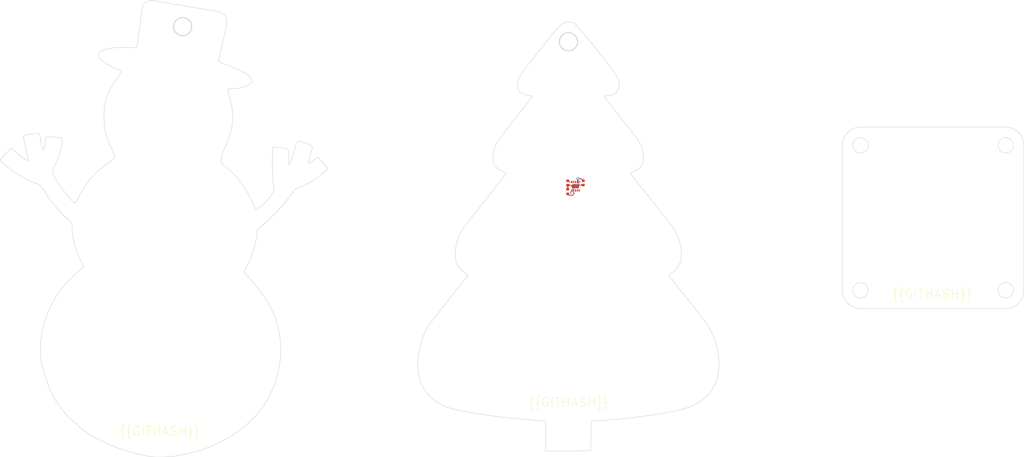
<source format=kicad_pcb>
(kicad_pcb (version 20221018) (generator pcbnew)
  (layers (0 "F.Cu" signal) (31 "B.Cu" signal) (34 "B.Paste" user) (35 "F.Paste" user) (36 "B.SilkS" user "B.Silkscreen") (37 "F.SilkS" user "F.Silkscreen") (38 "B.Mask" user) (39 "F.Mask" user) (44 "Edge.Cuts" user))
  (net 0 "")
  (net 1 "ic-vcc")
  (net 2 "iset")
  (net 3 "ic-gnd")
  (net 4 "preterm")
  (net 5 "pg")
  (net 6 "chg")
  (net 7 "ts")
  (net 8 "ic-vcc-1")
  (net 9 "nc")
  (footprint "lib:C0402" (layer "F.Cu") (at 161.048551 90.11218 -90)
    (fp_text reference "C2" hide)
    (fp_text value "25V 1uF X5R ±10% 0402  Multilayer Ceramic Capacitors MLCC - SMD/SMT ROHS")
    (fp_line (start -0.107836 -0.36) (end 0.107836 -0.36) (stroke (width 0.12)) (layer "F.SilkS"))
    (fp_line (start -0.107836 0.36) (end 0.107836 0.36) (stroke (width 0.12)) (layer "F.SilkS"))
    (pad "1" smd roundrect (at -0.48 0 270) (size 0.56 0.62) (layers "F.Cu" "F.Paste" "F.Mask") (net 8 "ic-vcc-1"))
    (pad "2" smd roundrect (at 0.48 0 270) (size 0.56 0.62) (layers "F.Cu" "F.Paste" "F.Mask") (net 3 "ic-gnd"))
  )
  (footprint "lib:C0402" (layer "F.Cu") (at 164.481622 90.09283 -90)
    (fp_text reference "C1" hide)
    (fp_text value "25V 1uF X5R ±10% 0402  Multilayer Ceramic Capacitors MLCC - SMD/SMT ROHS")
    (fp_line (start -0.107836 -0.36) (end 0.107836 -0.36) (stroke (width 0.12)) (layer "F.SilkS"))
    (fp_line (start -0.107836 0.36) (end 0.107836 0.36) (stroke (width 0.12)) (layer "F.SilkS"))
    (pad "1" smd roundrect (at -0.48 0 270) (size 0.56 0.62) (layers "F.Cu" "F.Paste" "F.Mask") (net 1 "ic-vcc"))
    (pad "2" smd roundrect (at 0.48 0 270) (size 0.56 0.62) (layers "F.Cu" "F.Paste" "F.Mask") (net 3 "ic-gnd"))
  )
  (footprint "lib:R0402" (layer "F.Cu") (at 161.043341 92.004343 90)
    (fp_text reference "R1" hide)
    (fp_text value "100mW Thick Film Resistors ±100ppm/℃ ±1% 604Ω 0402  Chip Resistor - Surface Mount ROHS")
    (fp_line (start -0.153641 -0.38) (end 0.153641 -0.38) (stroke (width 0.12)) (layer "F.SilkS"))
    (fp_line (start -0.153641 0.38) (end 0.153641 0.38) (stroke (width 0.12)) (layer "F.SilkS"))
    (pad "1" smd roundrect (at -0.51 0 90) (size 0.54 0.64) (layers "F.Cu" "F.Paste" "F.Mask") (net 2 "iset"))
    (pad "2" smd roundrect (at 0.51 0 90) (size 0.54 0.64) (layers "F.Cu" "F.Paste" "F.Mask") (net 3 "ic-gnd"))
  )
  (footprint "lib:WSON-10_L2.0-W2.0-P0.40-BL-EP" (layer "F.Cu") (at 162.78 90.83)
    (fp_text reference "U1" hide)
    (fp_text value "")
    (fp_line (start -1.08 1.08) (end -1.08 -1.08) (stroke (width 0.15)) (layer "F.SilkS"))
    (fp_line (start 1.08 -1.08) (end 1.08 1.08) (stroke (width 0.15)) (layer "F.SilkS"))
    (fp_circle (center -0.8 1.48) (end -0.7 1.48) (stroke (width 0.2)) (fill none) (layer "F.SilkS"))
    (pad "1" smd rect (at -0.8 0.93) (size 0.22 0.51) (layers "F.Cu" "F.Paste" "F.Mask") (net 1 "ic-vcc"))
    (pad "2" smd rect (at -0.4 0.93) (size 0.22 0.51) (layers "F.Cu" "F.Paste" "F.Mask") (net 2 "iset"))
    (pad "3" smd rect (at 0 0.93) (size 0.22 0.51) (layers "F.Cu" "F.Paste" "F.Mask") (net 3 "ic-gnd"))
    (pad "4" smd rect (at 0.4 0.93) (size 0.22 0.51) (layers "F.Cu" "F.Paste" "F.Mask") (net 4 "preterm"))
    (pad "5" smd rect (at 0.8 0.93) (size 0.22 0.51) (layers "F.Cu" "F.Paste" "F.Mask") (net 5 "pg"))
    (pad "6" smd rect (at 0.8 -0.93) (size 0.22 0.51) (layers "F.Cu" "F.Paste" "F.Mask") (net 9 "nc"))
    (pad "7" smd rect (at 0.4 -0.93) (size 0.22 0.51) (layers "F.Cu" "F.Paste" "F.Mask") (net 1 "ic-vcc"))
    (pad "8" smd rect (at 0 -0.93) (size 0.22 0.51) (layers "F.Cu" "F.Paste" "F.Mask") (net 6 "chg"))
    (pad "9" smd rect (at -0.4 -0.93) (size 0.22 0.51) (layers "F.Cu" "F.Paste" "F.Mask") (net 7 "ts"))
    (pad "10" smd rect (at -0.8 -0.93) (size 0.22 0.51) (layers "F.Cu" "F.Paste" "F.Mask") (net 8 "ic-vcc-1"))
    (pad "11" smd rect (at 0 0) (size 1.5 0.9) (layers "F.Cu" "F.Paste" "F.Mask") (net 3 "ic-gnd"))
  )
  (gr_circle (center 225.62 81.79) (end 227.32 81.79) (stroke (width 0.1)) (fill none) (layer "Edge.Cuts"))
  (gr_circle (center 257.62 113.79) (end 259.32 113.79) (stroke (width 0.1)) (fill none) (layer "Edge.Cuts"))
  (gr_circle (center 257.62 81.79) (end 259.32 81.79) (stroke (width 0.1)) (fill none) (layer "Edge.Cuts"))
  (gr_poly (pts (xy 75.142222 50.797022) (xy 79.756606 51.568267) (xy 82.366969 51.99203) (xy 83.019066 52.095762) (xy 83.303876 52.146979) (xy 83.563537 52.198618) (xy 83.799806 52.251323) (xy 84.01444 52.305736) (xy 84.209196 52.362498) (xy 84.385831 52.422252) (xy 84.546102 52.485641) (xy 84.691766 52.553306) (xy 84.824581 52.62589) (xy 84.946303 52.704035) (xy 85.05869 52.788383) (xy 85.163499 52.879577) (xy 85.262486 52.978258) (xy 85.357409 53.08507) (xy 85.479286 53.234958) (xy 85.586233 53.378736) (xy 85.634185 53.44915) (xy 85.678498 53.519015) (xy 85.719202 53.588656) (xy 85.75633 53.658402) (xy 85.789911 53.728576) (xy 85.819976 53.799506) (xy 85.846558 53.871517) (xy 85.869686 53.944936) (xy 85.889392 54.020089) (xy 85.905707 54.097301) (xy 85.918662 54.176899) (xy 85.928287 54.259209) (xy 85.934615 54.344557) (xy 85.937675 54.433269) (xy 85.937499 54.525672) (xy 85.934119 54.62209) (xy 85.927564 54.722851) (xy 85.917866 54.82828) (xy 85.889166 55.054449) (xy 85.848266 55.303204) (xy 85.795414 55.577155) (xy 85.730859 55.878909) (xy 85.654849 56.211077) (xy 84.878546 59.55341) (xy 84.657875 60.550977) (xy 84.450892 61.532488) (xy 84.331406 62.116419) (xy 84.229648 62.629765) (xy 84.15639 63.017063) (xy 84.122409 63.222849) (xy 84.123062 63.236814) (xy 84.127967 63.251873) (xy 84.137065 63.268001) (xy 84.150302 63.285171) (xy 84.167619 63.303357) (xy 84.188962 63.322534) (xy 84.214273 63.342674) (xy 84.243497 63.363751) (xy 84.313454 63.408613) (xy 84.398381 63.456909) (xy 84.497828 63.50843) (xy 84.611342 63.562966) (xy 84.738473 63.620306) (xy 84.878767 63.680241) (xy 85.031775 63.742561) (xy 85.197043 63.807056) (xy 85.374121 63.873515) (xy 85.562558 63.94173) (xy 85.7619 64.011489) (xy 85.971698 64.082583) (xy 86.585981 64.296029) (xy 87.172975 64.516947) (xy 87.730729 64.744054) (xy 88.257293 64.976069) (xy 88.75072 65.211708) (xy 89.209058 65.449689) (xy 89.63036 65.68873) (xy 90.012676 65.927548) (xy 90.354056 66.16486) (xy 90.652552 66.399385) (xy 90.906214 66.629839) (xy 91.113092 66.85494) (xy 91.271238 67.073405) (xy 91.378702 67.283953) (xy 91.412819 67.385857) (xy 91.433535 67.485301) (xy 91.440605 67.582123) (xy 91.433787 67.676165) (xy 91.41712 67.753004) (xy 91.390362 67.829368) (xy 91.35383 67.905131) (xy 91.307839 67.980165) (xy 91.252707 68.054343) (xy 91.188749 68.12754) (xy 91.116281 68.199626) (xy 91.03562 68.270477) (xy 90.947082 68.339964) (xy 90.850984 68.407961) (xy 90.747641 68.47434) (xy 90.637371 68.538975) (xy 90.520488 68.601739) (xy 90.39731 68.662505) (xy 90.268153 68.721145) (xy 90.133332 68.777534) (xy 89.993165 68.831543) (xy 89.847967 68.883047) (xy 89.543745 68.978027) (xy 89.223197 69.06146) (xy 88.888852 69.132329) (xy 88.54324 69.189618) (xy 88.188892 69.232313) (xy 88.009232 69.24787) (xy 87.828337 69.259397) (xy 87.646523 69.266767) (xy 87.464106 69.269854) (xy 87.202959 69.272042) (xy 86.97453 69.277492) (xy 86.777472 69.288473) (xy 86.690288 69.296746) (xy 86.610443 69.307253) (xy 86.537768 69.320276) (xy 86.472096 69.3361) (xy 86.413258 69.355009) (xy 86.361087 69.377285) (xy 86.315414 69.403211) (xy 86.276071 69.433073) (xy 86.24289 69.467154) (xy 86.215703 69.505736) (xy 86.194342 69.549103) (xy 86.178638 69.59754) (xy 86.168424 69.65133) (xy 86.163532 69.710755) (xy 86.163793 69.776101) (xy 86.169039 69.847649) (xy 86.179102 69.925685) (xy 86.193814 70.010491) (xy 86.236514 70.20155) (xy 86.295792 70.423093) (xy 86.370304 70.677389) (xy 86.458705 70.966708) (xy 86.582128 71.384478) (xy 86.694998 71.803093) (xy 86.797211 72.221567) (xy 86.888665 72.638919) (xy 86.969257 73.054166) (xy 87.038885 73.466323) (xy 87.097447 73.874409) (xy 87.144838 74.277439) (xy 87.180958 74.674432) (xy 87.205702 75.064404) (xy 87.21897 75.446371) (xy 87.220657 75.819352) (xy 87.210662 76.182361) (xy 87.188881 76.534418) (xy 87.155212 76.874538) (xy 87.109553 77.201739) (xy 86.986123 77.871628) (xy 86.830027 78.558912) (xy 86.643845 79.255662) (xy 86.430157 79.953949) (xy 86.19154 80.645848) (xy 85.930575 81.323429) (xy 85.649841 81.978766) (xy 85.351916 82.60393) (xy 85.189192 82.938586) (xy 85.118752 83.093315) (xy 85.055229 83.240939) (xy 84.998352 83.382431) (xy 84.947849 83.518761) (xy 84.903447 83.650903) (xy 84.864875 83.779828) (xy 84.831859 83.906506) (xy 84.804129 84.031911) (xy 84.781412 84.157013) (xy 84.763435 84.282785) (xy 84.749927 84.410197) (xy 84.740615 84.540223) (xy 84.735228 84.673833) (xy 84.733493 84.811999) (xy 84.736223 85.129082) (xy 84.741369 85.261496) (xy 84.750575 85.379459) (xy 84.764997 85.485194) (xy 84.774524 85.534172) (xy 84.785789 85.580928) (xy 84.798934 85.625739) (xy 84.814106 85.668884) (xy 84.831447 85.710641) (xy 84.851104 85.751288) (xy 84.873219 85.791103) (xy 84.897937 85.830364) (xy 84.925403 85.869349) (xy 84.955761 85.908337) (xy 84.989155 85.947605) (xy 85.02573 85.987432) (xy 85.109 86.069873) (xy 85.206725 86.157886) (xy 85.320061 86.253696) (xy 85.598185 86.477602) (xy 86.096863 86.886277) (xy 86.577755 87.306529) (xy 87.04138 87.739064) (xy 87.488258 88.184586) (xy 87.918909 88.6438) (xy 88.333852 89.117412) (xy 88.733607 89.606125) (xy 89.118694 90.110646) (xy 89.489632 90.631678) (xy 89.846941 91.169927) (xy 90.19114 91.726098) (xy 90.52275 92.300895) (xy 90.84229 92.895024) (xy 91.150279 93.509189) (xy 91.447237 94.144095) (xy 91.733683 94.800448) (xy 91.84059 95.047283) (xy 91.945802 95.277558) (xy 92.046625 95.486234) (xy 92.140364 95.668271) (xy 92.224324 95.818627) (xy 92.295813 95.932265) (xy 92.326039 95.973739) (xy 92.352136 96.004143) (xy 92.373767 96.022848) (xy 92.382804 96.027616) (xy 92.390597 96.029223) (xy 92.399173 96.028006) (xy 92.410522 96.024397) (xy 92.441219 96.010237) (xy 92.482045 95.987221) (xy 92.53236 95.955824) (xy 92.591521 95.916524) (xy 92.658887 95.869798) (xy 92.815666 95.755976) (xy 92.997564 95.618173) (xy 93.199447 95.460204) (xy 93.416182 95.285885) (xy 93.642634 95.099032) (xy 93.891007 94.882848) (xy 94.141366 94.648628) (xy 94.390948 94.400061) (xy 94.636991 94.140836) (xy 94.87673 93.874641) (xy 95.107403 93.605164) (xy 95.326247 93.336095) (xy 95.530498 93.071122) (xy 95.717394 92.813933) (xy 95.884171 92.568218) (xy 96.028066 92.337665) (xy 96.146316 92.125962) (xy 96.236159 91.936798) (xy 96.294829 91.773863) (xy 96.311612 91.703383) (xy 96.319566 91.640844) (xy 96.318345 91.586706) (xy 96.307605 91.54143) (xy 96.264441 91.378418) (xy 96.221593 91.121805) (xy 96.138989 90.373142) (xy 96.064068 89.386161) (xy 96.001109 88.251583) (xy 95.954389 87.060129) (xy 95.928186 85.902519) (xy 95.926777 84.869474) (xy 95.95444 84.051714) (xy 96.07471 82.177477) (xy 97.36716 82.304781) (xy 98.13507 82.379263) (xy 98.441266 82.413109) (xy 98.700599 82.449744) (xy 98.916803 82.492956) (xy 99.009898 82.518212) (xy 99.09361 82.546534) (xy 99.168406 82.578395) (xy 99.234753 82.614268) (xy 99.293117 82.654627) (xy 99.343964 82.699946) (xy 99.387763 82.750698) (xy 99.424978 82.807357) (xy 99.456076 82.870396) (xy 99.481525 82.94029) (xy 99.501791 83.017511) (xy 99.51734 83.102533) (xy 99.536155 83.297877) (xy 99.541702 83.530109) (xy 99.537716 83.803018) (xy 99.51607 84.486025) (xy 99.501811 85.019341) (xy 99.495778 85.429631) (xy 99.49953 85.727933) (xy 99.505563 85.838537) (xy 99.514626 85.925284) (xy 99.526915 85.989553) (xy 99.542625 86.032723) (xy 99.551823 86.046828) (xy 99.56195 86.056175) (xy 99.573029 86.060938) (xy 99.585085 86.061289) (xy 99.612224 86.049443) (xy 99.643564 86.022019) (xy 99.679299 85.980395) (xy 99.719623 85.925951) (xy 99.770963 85.835961) (xy 99.83738 85.6921) (xy 100.00736 85.267042) (xy 100.213404 84.699332) (xy 100.439353 84.037526) (xy 100.669049 83.330178) (xy 100.886332 82.625845) (xy 101.075044 81.973082) (xy 101.219027 81.420443) (xy 101.232451 81.367288) (xy 101.246658 81.317349) (xy 101.261814 81.270604) (xy 101.278084 81.227032) (xy 101.295634 81.186611) (xy 101.314631 81.149321) (xy 101.33524 81.115138) (xy 101.357628 81.084043) (xy 101.381959 81.056013) (xy 101.4084 81.031027) (xy 101.437117 81.009064) (xy 101.468275 80.990102) (xy 101.502041 80.974119) (xy 101.538581 80.961095) (xy 101.578059 80.951007) (xy 101.620643 80.943835) (xy 101.666497 80.939556) (xy 101.715788 80.938149) (xy 101.768682 80.939594) (xy 101.825345 80.943867) (xy 101.885942 80.950949) (xy 101.950639 80.960817) (xy 102.019603 80.97345) (xy 102.092998 80.988826) (xy 102.170992 81.006924) (xy 102.253749 81.027723) (xy 102.434219 81.077337) (xy 102.635734 81.137495) (xy 102.859622 81.208025) (xy 103.581471 81.438726) (xy 103.868146 81.535185) (xy 104.108644 81.625316) (xy 104.212356 81.669476) (xy 104.305459 81.713816) (xy 104.388264 81.758923) (xy 104.461082 81.805384) (xy 104.524226 81.853787) (xy 104.578006 81.904719) (xy 104.622735 81.958768) (xy 104.658725 82.01652) (xy 104.686285 82.078563) (xy 104.705729 82.145484) (xy 104.717368 82.217871) (xy 104.721513 82.296311) (xy 104.718476 82.381392) (xy 104.708568 82.4737) (xy 104.692102 82.573823) (xy 104.669388 82.682348) (xy 104.606464 82.926954) (xy 104.522289 83.212218) (xy 104.300158 83.92351) (xy 104.076968 84.658354) (xy 103.993442 84.95378) (xy 103.929762 85.203046) (xy 103.886777 85.407528) (xy 103.865337 85.568604) (xy 103.862962 85.633296) (xy 103.866292 85.687652) (xy 103.875434 85.731846) (xy 103.890492 85.766049) (xy 103.911574 85.790433) (xy 103.938786 85.805172) (xy 103.972234 85.810436) (xy 104.012025 85.806398) (xy 104.058263 85.79323) (xy 104.111056 85.771105) (xy 104.236732 85.700671) (xy 104.3899 85.596472) (xy 104.571411 85.459887) (xy 105.02286 85.095065) (xy 105.918216 84.355181) (xy 106.388476 84.86751) (xy 106.496975 84.987739) (xy 106.625318 85.133369) (xy 106.92254 85.478508) (xy 107.242155 85.858286) (xy 107.546176 86.22806) (xy 108.2336 87.076296) (xy 106.72333 88.254687) (xy 106.031007 88.783192) (xy 105.392025 89.245391) (xy 105.089314 89.453516) (xy 104.796071 89.647331) (xy 104.511007 89.827593) (xy 104.232833 89.995056) (xy 103.960259 90.150478) (xy 103.691998 90.294613) (xy 103.426759 90.428217) (xy 103.163254 90.552046) (xy 102.900193 90.666855) (xy 102.636288 90.773401) (xy 102.370249 90.872439) (xy 102.100787 90.964724) (xy 101.955978 91.013649) (xy 101.818902 91.062832) (xy 101.689432 91.112348) (xy 101.567439 91.162273) (xy 101.452795 91.212683) (xy 101.345371 91.263651) (xy 101.245039 91.315254) (xy 101.151671 91.367567) (xy 101.065138 91.420665) (xy 100.985313 91.474624) (xy 100.912065 91.529517) (xy 100.845269 91.585421) (xy 100.784794 91.642412) (xy 100.730512 91.700563) (xy 100.682296 91.759951) (xy 100.640017 91.82065) (xy 100.313962 92.312951) (xy 99.958065 92.82026) (xy 99.575318 93.339289) (xy 99.168711 93.866747) (xy 98.741234 94.399346) (xy 98.295878 94.933795) (xy 97.835635 95.466804) (xy 97.363494 95.995083) (xy 96.882446 96.515343) (xy 96.395482 97.024295) (xy 95.905593 97.518647) (xy 95.415769 97.995111) (xy 94.929002 98.450396) (xy 94.44828 98.881213) (xy 93.976596 99.284272) (xy 93.51694 99.656283) (xy 93.364132 99.777198) (xy 93.228349 99.887118) (xy 93.108601 99.987555) (xy 93.003899 100.080022) (xy 92.913256 100.166032) (xy 92.835682 100.247098) (xy 92.770188 100.324733) (xy 92.741662 100.362737) (xy 92.715786 100.40045) (xy 92.692435 100.438062) (xy 92.671487 100.475762) (xy 92.652817 100.513738) (xy 92.636302 100.552181) (xy 92.621819 100.591279) (xy 92.609244 100.631221) (xy 92.589322 100.714395) (xy 92.575548 100.803215) (xy 92.566934 100.899195) (xy 92.56249 101.003847) (xy 92.561229 101.118685) (xy 92.548214 101.459191) (xy 92.510172 101.840399) (xy 92.448603 102.257479) (xy 92.365007 102.705605) (xy 92.260885 103.179948) (xy 92.137739 103.675679) (xy 91.997068 104.187971) (xy 91.840373 104.711996) (xy 91.669155 105.242926) (xy 91.484915 105.775933) (xy 91.289154 106.306188) (xy 91.083372 106.828864) (xy 90.86907 107.339132) (xy 90.647749 107.832164) (xy 90.420909 108.303133) (xy 90.190051 108.74721) (xy 89.658061 109.729433) (xy 90.799319 111.025652) (xy 91.552256 111.894452) (xy 92.247519 112.726345) (xy 92.887901 113.52649) (xy 93.476195 114.300047) (xy 94.015193 115.052178) (xy 94.507688 115.788042) (xy 94.956473 116.5128) (xy 95.364341 117.231612) (xy 95.734083 117.949638) (xy 96.068493 118.672038) (xy 96.370364 119.403974) (xy 96.642488 120.150605) (xy 96.887657 120.917091) (xy 97.108665 121.708593) (xy 97.308304 122.530271) (xy 97.489367 123.387286) (xy 97.659586 124.435519) (xy 97.764545 125.512723) (xy 97.805707 126.613102) (xy 97.784533 127.73086) (xy 97.702485 128.860202) (xy 97.561026 129.995332) (xy 97.361618 131.130454) (xy 97.105722 132.259774) (xy 96.794801 133.377494) (xy 96.430316 134.47782) (xy 96.01373 135.554956) (xy 95.546505 136.603107) (xy 95.030102 137.616476) (xy 94.465984 138.589268) (xy 93.855613 139.515689) (xy 93.20045 140.389941) (xy 92.386005 141.350273) (xy 91.510226 142.273552) (xy 90.576227 143.158109) (xy 89.587122 144.002278) (xy 88.546024 144.80439) (xy 87.456048 145.562779) (xy 86.320308 146.275777) (xy 85.141916 146.941716) (xy 83.923988 147.558929) (xy 82.669636 148.125749) (xy 81.381976 148.640508) (xy 80.06412 149.101539) (xy 78.719182 149.507174) (xy 77.350277 149.855747) (xy 75.960518 150.145589) (xy 74.553019 150.375033) (xy 73.862872 150.459306) (xy 73.131633 150.525975) (xy 72.383923 150.574372) (xy 71.644361 150.603827) (xy 70.93757 150.613671) (xy 70.288169 150.603235) (xy 69.720779 150.57185) (xy 69.475532 150.548093) (xy 69.26002 150.518847) (xy 69.260051 150.518832) (xy 67.831835 150.262486) (xy 66.416949 149.953785) (xy 65.016193 149.592984) (xy 63.630368 149.180338) (xy 62.260274 148.716103) (xy 60.90671 148.200532) (xy 59.570477 147.633881) (xy 58.252375 147.016405) (xy 57.283074 146.528505) (xy 56.847829 146.298277) (xy 56.438641 146.072324) (xy 56.050351 145.846994) (xy 55.6778 145.618633) (xy 55.315827 145.383588) (xy 54.959273 145.138205) (xy 54.602979 144.87883) (xy 54.241783 144.601811) (xy 53.870528 144.303492) (xy 53.484054 143.980222) (xy 52.644807 143.244211) (xy 51.682765 142.36455) (xy 51.097036 141.804159) (xy 50.54538 141.238954) (xy 50.025658 140.665073) (xy 49.535731 140.078649) (xy 49.07346 139.475819) (xy 48.636705 138.852719) (xy 48.223328 138.205483) (xy 47.831189 137.530249) (xy 47.458149 136.823151) (xy 47.10207 136.080325) (xy 46.760812 135.297907) (xy 46.432236 134.472032) (xy 46.114202 133.598836) (xy 45.804573 132.674455) (xy 45.501208 131.695024) (xy 45.201968 130.656679) (xy 45.078569 130.147371) (xy 44.978794 129.594224) (xy 44.90231 129.00242) (xy 44.848785 128.377144) (xy 44.817886 127.723579) (xy 44.809281 127.046907) (xy 44.822637 126.352311) (xy 44.857621 125.644974) (xy 44.913901 124.93008) (xy 44.991145 124.212811) (xy 45.089019 123.498351) (xy 45.207191 122.791883) (xy 45.345328 122.098589) (xy 45.503099 121.423652) (xy 45.68017 120.772256) (xy 45.876208 120.149584) (xy 46.005143 119.787909) (xy 46.154924 119.401263) (xy 46.508073 118.570286) (xy 46.917749 117.69111) (xy 47.366047 116.79819) (xy 47.83506 115.92598) (xy 48.306883 115.108937) (xy 48.76361 114.381515) (xy 48.980717 114.062179) (xy 49.187335 113.77817) (xy 49.387433 113.519297) (xy 49.599256 113.255538) (xy 50.056372 112.715109) (xy 50.555279 112.160374) (xy 51.092575 111.594824) (xy 51.664855 111.021952) (xy 52.268718 110.445248) (xy 52.900758 109.868205) (xy 53.557574 109.294314) (xy 54.329783 108.634142) (xy 53.616031 107.110232) (xy 53.390001 106.6154) (xy 53.179365 106.128819) (xy 52.984012 105.650049) (xy 52.803829 105.178652) (xy 52.638704 104.71419) (xy 52.488525 104.256224) (xy 52.353181 103.804315) (xy 52.232559 103.358025) (xy 52.126547 102.916915) (xy 52.035034 102.480548) (xy 51.957906 102.048484) (xy 51.895053 101.620284) (xy 51.846363 101.195511) (xy 51.811722 100.773726) (xy 51.79102 100.35449) (xy 51.784144 99.937365) (xy 51.780657 99.620612) (xy 51.776007 99.482669) (xy 51.769161 99.357285) (xy 51.759927 99.243666) (xy 51.748111 99.141014) (xy 51.733519 99.048534) (xy 51.715958 98.96543) (xy 51.695233 98.890904) (xy 51.671153 98.824161) (xy 51.643523 98.764406) (xy 51.612149 98.71084) (xy 51.576839 98.662669) (xy 51.537399 98.619096) (xy 51.493635 98.579325) (xy 51.445353 98.542559) (xy 51.149902 98.324092) (xy 50.839064 98.073347) (xy 50.514896 97.792628) (xy 50.179453 97.484238) (xy 49.834791 97.150482) (xy 49.482966 96.793665) (xy 49.126033 96.41609) (xy 48.766047 96.020062) (xy 48.405065 95.607885) (xy 48.045142 95.181864) (xy 47.688333 94.744302) (xy 47.336694 94.297504) (xy 46.992281 93.843774) (xy 46.657149 93.385417) (xy 46.333354 92.924737) (xy 46.022952 92.464037) (xy 45.611719 91.844971) (xy 45.279782 91.362091) (xy 45.137757 91.165551) (xy 45.008606 90.995655) (xy 44.89001 90.849933) (xy 44.779654 90.725918) (xy 44.675221 90.621143) (xy 44.574392 90.533138) (xy 44.474852 90.459437) (xy 44.374284 90.397571) (xy 44.27037 90.345073) (xy 44.160793 90.299474) (xy 44.043237 90.258307) (xy 43.915385 90.219103) (xy 43.593888 90.117525) (xy 43.255864 89.996009) (xy 42.903268 89.855657) (xy 42.538058 89.697573) (xy 42.162189 89.522858) (xy 41.777618 89.332616) (xy 41.386301 89.127951) (xy 40.990194 88.909964) (xy 40.591254 88.679759) (xy 40.191438 88.438438) (xy 39.792701 88.187105) (xy 39.396999 87.926862) (xy 39.00629 87.658812) (xy 38.622529 87.384058) (xy 38.247673 87.103703) (xy 37.883677 86.81885) (xy 37.49456 86.502783) (xy 37.131548 86.199554) (xy 36.802586 85.916398) (xy 36.515619 85.660548) (xy 36.278593 85.439239) (xy 36.099452 85.259705) (xy 36.034071 85.187865) (xy 35.986141 85.129182) (xy 35.956654 85.08456) (xy 35.946605 85.054903) (xy 35.948192 85.042433) (xy 35.952903 85.026953) (xy 35.971384 84.987332) (xy 36.001425 84.936776) (xy 36.042403 84.876021) (xy 36.093695 84.805804) (xy 36.154681 84.726859) (xy 36.224736 84.639924) (xy 36.303239 84.545735) (xy 36.389567 84.445026) (xy 36.483097 84.338536) (xy 36.689276 84.11115) (xy 36.916796 83.869466) (xy 37.037003 83.745102) (xy 37.160678 83.619372) (xy 38.374759 82.395922) (xy 39.365809 83.301684) (xy 39.814301 83.698656) (xy 40.266196 84.075272) (xy 40.704205 84.419302) (xy 41.111041 84.718514) (xy 41.469414 84.960676) (xy 41.625024 85.056541) (xy 41.762035 85.133557) (xy 41.878286 85.190195) (xy 41.971615 85.224926) (xy 42.039863 85.236222) (xy 42.063905 85.232603) (xy 42.080867 85.222552) (xy 42.085566 85.215268) (xy 42.089233 85.203934) (xy 42.093537 85.169549) (xy 42.093921 85.120268) (xy 42.090523 85.056964) (xy 42.083485 84.98051) (xy 42.072948 84.891778) (xy 42.059051 84.79164) (xy 42.041937 84.68097) (xy 41.998614 84.43152) (xy 41.944105 84.150408) (xy 41.879534 83.844615) (xy 41.806025 83.52112) (xy 41.578977 82.541169) (xy 41.399614 81.732306) (xy 41.265507 81.079136) (xy 41.174225 80.56626) (xy 41.123338 80.17828) (xy 41.112283 80.026315) (xy 41.110416 79.899799) (xy 41.117432 79.796809) (xy 41.133029 79.71542) (xy 41.156901 79.653706) (xy 41.188746 79.609743) (xy 41.213078 79.592846) (xy 41.252556 79.575085) (xy 41.372962 79.537437) (xy 41.541984 79.497733) (xy 41.751641 79.456905) (xy 42.26094 79.37561) (xy 42.837013 79.301016) (xy 43.416018 79.240586) (xy 43.934111 79.201782) (xy 44.150364 79.192822) (xy 44.327447 79.192067) (xy 44.45738 79.20045) (xy 44.532183 79.218905) (xy 44.538527 79.223215) (xy 44.545097 79.229471) (xy 44.551878 79.23762) (xy 44.558855 79.247608) (xy 44.573336 79.272888) (xy 44.588416 79.304879) (xy 44.603974 79.343154) (xy 44.619887 79.387282) (xy 44.636031 79.436835) (xy 44.652284 79.491383) (xy 44.668525 79.550496) (xy 44.684629 79.613746) (xy 44.700475 79.680703) (xy 44.715939 79.750937) (xy 44.7309 79.82402) (xy 44.745234 79.899521) (xy 44.75882 79.977012) (xy 44.771533 80.056063) (xy 44.946351 81.130774) (xy 45.025944 81.564983) (xy 45.101061 81.931234) (xy 45.172253 82.230134) (xy 45.24007 82.462288) (xy 45.305063 82.628302) (xy 45.336673 82.686696) (xy 45.367783 82.728781) (xy 45.398463 82.754634) (xy 45.428781 82.764331) (xy 45.458807 82.757947) (xy 45.488608 82.735557) (xy 45.518254 82.697238) (xy 45.547814 82.643066) (xy 45.606951 82.487462) (xy 45.666568 82.269351) (xy 45.727218 81.98934) (xy 45.78945 81.648032) (xy 45.853816 81.246035) (xy 46.055377 79.918581) (xy 47.417926 79.96628) (xy 48.109143 79.993687) (xy 48.392021 80.009194) (xy 48.636741 80.027435) (xy 48.846051 80.049559) (xy 49.022696 80.076715) (xy 49.169424 80.110051) (xy 49.288982 80.150717) (xy 49.339431 80.174158) (xy 49.384117 80.199861) (xy 49.423385 80.227972) (xy 49.457577 80.258632) (xy 49.487036 80.291987) (xy 49.512107 80.32818) (xy 49.533132 80.367353) (xy 49.550455 80.409652) (xy 49.575367 80.504197) (xy 49.589592 80.612965) (xy 49.595876 80.737105) (xy 49.596965 80.877764) (xy 49.590289 81.099803) (xy 49.571905 81.336737) (xy 49.542029 81.587807) (xy 49.500879 81.852253) (xy 49.448672 82.129318) (xy 49.385623 82.418243) (xy 49.311951 82.718269) (xy 49.227873 83.028637) (xy 49.133604 83.34859) (xy 49.029362 83.677367) (xy 48.915364 84.014212) (xy 48.791827 84.358364) (xy 48.658967 84.709065) (xy 48.517002 85.065558) (xy 48.366148 85.427082) (xy 48.206622 85.792879) (xy 47.949769 86.374791) (xy 47.755997 86.832451) (xy 47.68104 87.021721) (xy 47.619784 87.188367) (xy 47.571537 87.335205) (xy 47.535609 87.465048) (xy 47.511311 87.580709) (xy 47.497952 87.685002) (xy 47.494842 87.78074) (xy 47.501291 87.870737) (xy 47.516609 87.957807) (xy 47.540106 88.044763) (xy 47.571091 88.134418) (xy 47.608874 88.229586) (xy 47.761079 88.551834) (xy 47.975096 88.939463) (xy 48.241913 89.380584) (xy 48.55252 89.863307) (xy 49.269066 90.905997) (xy 50.052651 91.972411) (xy 50.831193 92.967426) (xy 51.196047 93.408433) (xy 51.532609 93.795921) (xy 51.831869 94.117998) (xy 52.084818 94.362774) (xy 52.282443 94.518359) (xy 52.357694 94.558989) (xy 52.415736 94.572863) (xy 52.426811 94.571375) (xy 52.439084 94.56696) (xy 52.452509 94.559691) (xy 52.467041 94.549641) (xy 52.482633 94.536883) (xy 52.499239 94.521489) (xy 52.516813 94.503532) (xy 52.535309 94.483086) (xy 52.574881 94.435018) (xy 52.617586 94.377866) (xy 52.663055 94.312214) (xy 52.710918 94.238646) (xy 52.760808 94.157745) (xy 52.812354 94.070093) (xy 52.865187 93.976276) (xy 52.918939 93.876875) (xy 52.97324 93.772474) (xy 53.02772 93.663657) (xy 53.082012 93.551007) (xy 53.135745 93.435107) (xy 53.405424 92.869327) (xy 53.69623 92.311615) (xy 54.007442 91.76282) (xy 54.338342 91.223792) (xy 54.688208 90.695381) (xy 55.05632 90.178436) (xy 55.441958 89.673808) (xy 55.844402 89.182347) (xy 56.262932 88.704901) (xy 56.696828 88.242322) (xy 57.145369 87.795459) (xy 57.607836 87.365163) (xy 58.083508 86.952281) (xy 58.571665 86.557666) (xy 59.071586 86.182166) (xy 59.582553 85.826632) (xy 59.914962 85.598282) (xy 60.214172 85.3804) (xy 60.477869 85.17504) (xy 60.595674 85.077698) (xy 60.703732 84.984257) (xy 60.801753 84.894974) (xy 60.889447 84.810106) (xy 60.966524 84.72991) (xy 61.032694 84.654642) (xy 61.087669 84.584559) (xy 61.131158 84.519919) (xy 61.162872 84.460977) (xy 61.182521 84.407992) (xy 61.189444 84.378526) (xy 61.194656 84.347449) (xy 61.198136 84.314702) (xy 61.199864 84.280227) (xy 61.197977 84.205863) (xy 61.188829 84.123892) (xy 61.172254 84.033852) (xy 61.148084 83.935279) (xy 61.116154 83.82771) (xy 61.076297 83.71068) (xy 61.028345 83.583727) (xy 60.972134 83.446388) (xy 60.907495 83.298197) (xy 60.834263 83.138693) (xy 60.75227 82.967412) (xy 60.661351 82.783889) (xy 60.561339 82.587662) (xy 60.452067 82.378268) (xy 60.237971 81.961359) (xy 60.041673 81.555601) (xy 59.862568 81.158484) (xy 59.700049 80.767498) (xy 59.553508 80.380135) (xy 59.422339 79.993885) (xy 59.305935 79.60624) (xy 59.203689 79.21469) (xy 59.114995 78.816725) (xy 59.039245 78.409838) (xy 58.975833 77.991518) (xy 58.924151 77.559256) (xy 58.883594 77.110544) (xy 58.853553 76.642872) (xy 58.833423 76.153731) (xy 58.822596 75.640612) (xy 58.82378 75.019765) (xy 58.843433 74.425285) (xy 58.882591 73.854032) (xy 58.942291 73.302869) (xy 59.023569 72.768658) (xy 59.127459 72.248262) (xy 59.255 71.738542) (xy 59.407225 71.236361) (xy 59.585172 70.73858) (xy 59.789877 70.242062) (xy 60.022374 69.743669) (xy 60.283701 69.240263) (xy 60.574893 68.728705) (xy 60.896986 68.205859) (xy 61.251015 67.668586) (xy 61.638018 67.113749) (xy 61.84244 66.825076) (xy 62.020375 66.566593) (xy 62.17201 66.336298) (xy 62.29753 66.132187) (xy 62.397121 65.95226) (xy 62.470968 65.794512) (xy 62.498296 65.72333) (xy 62.519258 65.656942) (xy 62.533877 65.595098) (xy 62.542176 65.537547) (xy 62.544179 65.484039) (xy 62.539908 65.434323) (xy 62.529387 65.388151) (xy 62.512639 65.34527) (xy 62.489688 65.305431) (xy 62.460556 65.268384) (xy 62.425267 65.233878) (xy 62.383844 65.201662) (xy 62.33631 65.171487) (xy 62.282689 65.143103) (xy 62.157276 65.090703) (xy 62.007792 65.042459) (xy 61.834422 64.996371) (xy 61.657986 64.943069) (xy 61.445562 64.862593) (xy 61.203024 64.758325) (xy 60.93625 64.633653) (xy 60.353499 64.336631) (xy 59.744319 63.998608) (xy 59.155721 63.646664) (xy 58.634716 63.307879) (xy 58.414252 63.151884) (xy 58.228316 63.009334) (xy 58.082783 62.883614) (xy 57.983531 62.778109) (xy 57.869943 62.622242) (xy 57.777351 62.470362) (xy 57.705558 62.322559) (xy 57.654369 62.178917) (xy 57.623588 62.039526) (xy 57.613018 61.904471) (xy 57.622463 61.773839) (xy 57.651728 61.647718) (xy 57.700616 61.526195) (xy 57.768931 61.409356) (xy 57.856477 61.297289) (xy 57.963058 61.190081) (xy 58.088479 61.087819) (xy 58.232542 60.99059) (xy 58.395052 60.89848) (xy 58.575812 60.811578) (xy 58.774627 60.72997) (xy 58.991301 60.653743) (xy 59.225638 60.582984) (xy 59.477441 60.51778) (xy 59.746514 60.458218) (xy 60.032661 60.404385) (xy 60.335687 60.356369) (xy 60.655395 60.314256) (xy 60.991589 60.278134) (xy 61.344073 60.248089) (xy 61.712651 60.224208) (xy 62.097127 60.20658) (xy 62.497305 60.195289) (xy 62.912988 60.190424) (xy 63.343981 60.192072) (xy 63.790088 60.20032) (xy 66.056857 60.258219) (xy 66.273486 58.80189) (xy 66.542465 56.891029) (xy 66.884944 54.341891) (xy 67.190183 52.053843) (xy 67.248082 51.679802) (xy 67.303557 51.37005) (xy 67.359078 51.117137) (xy 67.417116 50.913616) (xy 67.48014 50.752035) (xy 67.55062 50.624945) (xy 67.631027 50.524898) (xy 67.72383 50.444442) (xy 67.831501 50.37613) (xy 67.956508 50.312512) (xy 68.268412 50.169558) (xy 69.100734 49.778315)) (stroke (width 0.1)) (fill none) (layer "Edge.Cuts"))
  (gr_arc (start 261.62 113.79) (mid 260.448427 116.618427) (end 257.62 117.79) (stroke (width 0.1)) (layer "Edge.Cuts"))
  (gr_arc (start 225.62 117.79) (mid 222.791573 116.618427) (end 221.62 113.79) (stroke (width 0.1)) (layer "Edge.Cuts"))
  (gr_line (start 261.62 113.79) (end 261.62 81.79) (stroke (width 0.1)) (layer "Edge.Cuts"))
  (gr_circle (center 161.229974 58.946031) (end 163.229974 58.946031) (stroke (width 0.2)) (fill none) (layer "Edge.Cuts"))
  (gr_line (start 221.62 81.79) (end 221.62 113.79) (stroke (width 0.1)) (layer "Edge.Cuts"))
  (gr_arc (start 257.62 77.79) (mid 260.448427 78.961573) (end 261.62 81.79) (stroke (width 0.1)) (layer "Edge.Cuts"))
  (gr_poly (pts (xy 161.429183 54.643361) (xy 161.588699 54.648976) (xy 161.743405 54.660128) (xy 161.8913 54.67685) (xy 162.030385 54.699174) (xy 162.158659 54.727132) (xy 162.274122 54.760758) (xy 162.374774 54.800082) (xy 162.418214 54.822065) (xy 162.465501 54.850416) (xy 162.517128 54.885713) (xy 162.573587 54.928531) (xy 162.702967 55.039035) (xy 162.857578 55.186538) (xy 163.041357 55.37565) (xy 163.258241 55.610981) (xy 163.512165 55.897139) (xy 163.807067 56.238735) (xy 164.146884 56.640378) (xy 164.53555 57.106678) (xy 164.977005 57.642244) (xy 165.475183 58.251687) (xy 166.657456 59.710639) (xy 168.113864 61.520411) (xy 169.490282 63.25197) (xy 170.562092 64.650979) (xy 170.993296 65.243203) (xy 171.359779 65.7732) (xy 171.665351 66.247941) (xy 171.913823 66.674396) (xy 172.109006 67.059535) (xy 172.254708 67.41033) (xy 172.354741 67.733749) (xy 172.412915 68.036764) (xy 172.433041 68.326344) (xy 172.418927 68.609461) (xy 172.374385 68.893084) (xy 172.303226 69.184183) (xy 172.274597 69.278158) (xy 172.242 69.369887) (xy 172.205507 69.459324) (xy 172.165188 69.546423) (xy 172.121114 69.631137) (xy 172.073357 69.713419) (xy 172.021987 69.793223) (xy 171.967076 69.870502) (xy 171.908694 69.945208) (xy 171.846914 70.017296) (xy 171.781806 70.08672) (xy 171.71344 70.153431) (xy 171.641889 70.217383) (xy 171.567223 70.278531) (xy 171.489513 70.336826) (xy 171.408831 70.392223) (xy 171.325247 70.444674) (xy 171.238833 70.494134) (xy 171.14966 70.540554) (xy 171.057799 70.58389) (xy 170.96332 70.624093) (xy 170.866295 70.661118) (xy 170.766796 70.694917) (xy 170.664893 70.725444) (xy 170.560657 70.752652) (xy 170.45416 70.776495) (xy 170.345472 70.796926) (xy 170.234664 70.813898) (xy 170.121809 70.827364) (xy 170.006976 70.837278) (xy 169.890237 70.843593) (xy 169.771663 70.846262) (xy 169.726607 70.847177) (xy 169.681188 70.849133) (xy 169.590479 70.855957) (xy 169.501974 70.8663) (xy 169.418107 70.879728) (xy 169.378675 70.887463) (xy 169.341315 70.895806) (xy 169.306334 70.904703) (xy 169.274034 70.9141) (xy 169.244721 70.923942) (xy 169.218699 70.934176) (xy 169.196272 70.944746) (xy 169.177745 70.955599) (xy 169.171643 70.965792) (xy 169.172154 70.983757) (xy 169.17922 71.009417) (xy 169.192785 71.042693) (xy 169.239181 71.131786) (xy 169.310885 71.250417) (xy 169.407439 71.397965) (xy 169.528385 71.573811) (xy 169.673265 71.777334) (xy 169.841623 72.007915) (xy 170.246938 72.547768) (xy 170.740668 73.18841) (xy 171.319154 73.924882) (xy 171.978732 74.752222) (xy 174.641332 78.093405) (xy 175.537111 79.246786) (xy 176.200008 80.134787) (xy 176.673118 80.816979) (xy 176.99954 81.352933) (xy 177.222371 81.802218) (xy 177.384708 82.224406) (xy 177.462833 82.472098) (xy 177.531331 82.72855) (xy 177.59016 82.991701) (xy 177.639284 83.259489) (xy 177.678662 83.529854) (xy 177.708257 83.800735) (xy 177.728028 84.070071) (xy 177.737937 84.335802) (xy 177.737946 84.595867) (xy 177.728014 84.848205) (xy 177.708104 85.090755) (xy 177.678176 85.321456) (xy 177.638191 85.538248) (xy 177.588111 85.739069) (xy 177.527896 85.92186) (xy 177.457507 86.084559) (xy 177.391656 86.207668) (xy 177.318059 86.327563) (xy 177.236853 86.444134) (xy 177.148173 86.557272) (xy 177.052156 86.666869) (xy 176.948938 86.772814) (xy 176.838657 86.874999) (xy 176.721448 86.973315) (xy 176.597448 87.067652) (xy 176.466794 87.157903) (xy 176.32962 87.243956) (xy 176.186065 87.325705) (xy 176.036265 87.403039) (xy 175.880355 87.475849) (xy 175.718473 87.544027) (xy 175.550754 87.607462) (xy 175.482045 87.632835) (xy 175.415483 87.658969) (xy 175.351405 87.685667) (xy 175.290146 87.712731) (xy 175.23204 87.739963) (xy 175.177423 87.767164) (xy 175.126631 87.794136) (xy 175.079997 87.820681) (xy 175.037859 87.846601) (xy 175.00055 87.871698) (xy 174.968407 87.895773) (xy 174.941764 87.918629) (xy 174.920956 87.940066) (xy 174.90632 87.959888) (xy 174.898189 87.977896) (xy 174.896668 87.986157) (xy 174.8969 87.993891) (xy 174.922027 88.037315) (xy 174.991394 88.135797) (xy 175.25375 88.486297) (xy 176.209258 89.720013) (xy 177.617844 91.508896) (xy 179.333926 93.666804) (xy 181.092323 95.879526) (xy 182.616098 97.817656) (xy 183.742073 99.272256) (xy 184.307071 100.034388) (xy 184.515284 100.360502) (xy 184.7117 100.694247) (xy 184.896111 101.034954) (xy 185.068309 101.381957) (xy 185.228084 101.734588) (xy 185.375229 102.092181) (xy 185.509535 102.454068) (xy 185.630794 102.819582) (xy 185.738797 103.188056) (xy 185.833335 103.558822) (xy 185.914201 103.931214) (xy 185.981186 104.304563) (xy 186.034081 104.678204) (xy 186.072678 105.051468) (xy 186.096768 105.423689) (xy 186.106143 105.794199) (xy 186.105091 106.172735) (xy 186.095928 106.491761) (xy 186.087599 106.633067) (xy 186.076394 106.764426) (xy 186.062032 106.887483) (xy 186.044229 107.003882) (xy 186.022703 107.115265) (xy 185.997171 107.223277) (xy 185.967351 107.329562) (xy 185.932961 107.435763) (xy 185.893716 107.543524) (xy 185.849336 107.654488) (xy 185.744037 107.892603) (xy 185.654537 108.079442) (xy 185.563285 108.257402) (xy 185.469989 108.426825) (xy 185.374358 108.588053) (xy 185.276102 108.741425) (xy 185.174928 108.887283) (xy 185.070547 109.025968) (xy 184.962667 109.15782) (xy 184.850997 109.283181) (xy 184.735246 109.402392) (xy 184.615122 109.515794) (xy 184.490336 109.623727) (xy 184.360596 109.726532) (xy 184.22561 109.824551) (xy 184.085088 109.918125) (xy 183.938739 110.007593) (xy 183.810996 110.084401) (xy 183.691836 110.159793) (xy 183.583867 110.231854) (xy 183.489696 110.298666) (xy 183.41193 110.358313) (xy 183.380014 110.384851) (xy 183.353176 110.408878) (xy 183.331744 110.430155) (xy 183.316042 110.448443) (xy 183.306397 110.463502) (xy 183.303947 110.469746) (xy 183.303134 110.475092) (xy 183.318272 110.503511) (xy 183.362609 110.567965) (xy 183.532916 110.797359) (xy 183.802115 111.148045) (xy 184.158269 111.604794) (xy 185.08369 112.775559) (xy 186.213672 114.187815) (xy 189.362188 118.120691) (xy 190.402126 119.447898) (xy 191.169656 120.462983) (xy 191.727633 121.251467) (xy 192.13891 121.898876) (xy 192.466342 122.490732) (xy 192.772785 123.112559) (xy 193.051147 123.726705) (xy 193.303988 124.346147) (xy 193.531154 124.969731) (xy 193.732492 125.596305) (xy 193.907848 126.224716) (xy 194.05707 126.853811) (xy 194.180003 127.482437) (xy 194.276494 128.109442) (xy 194.346391 128.733673) (xy 194.389538 129.353977) (xy 194.405784 129.969202) (xy 194.394974 130.578194) (xy 194.356955 131.1798) (xy 194.291575 131.772869) (xy 194.198678 132.356247) (xy 194.078113 132.928782) (xy 193.929544 133.476781) (xy 193.74781 134.009233) (xy 193.533455 134.525547) (xy 193.287022 135.025131) (xy 193.009057 135.507395) (xy 192.700103 135.971748) (xy 192.360704 136.4176) (xy 191.991405 136.844359) (xy 191.592749 137.251434) (xy 191.165282 137.638235) (xy 190.709547 138.004171) (xy 190.226087 138.348651) (xy 189.715449 138.671084) (xy 189.178175 138.970879) (xy 188.61481 139.247446) (xy 188.025897 139.500193) (xy 187.387382 139.730873) (xy 186.62691 139.962173) (xy 185.752713 140.192844) (xy 184.773022 140.421641) (xy 182.530085 140.868622) (xy 179.96395 141.293139) (xy 177.140466 141.685214) (xy 174.125485 142.034872) (xy 170.984858 142.332135) (xy 167.784435 142.567026) (xy 166.231372 142.664027) (xy 166.19247 145.936793) (xy 166.153667 149.209559) (xy 161.14812 149.247553) (xy 156.142551 149.285548) (xy 156.211231 145.955256) (xy 156.23825 144.264273) (xy 156.238691 143.682086) (xy 156.22939 143.24944) (xy 156.209575 142.946836) (xy 156.195482 142.838207) (xy 156.178471 142.754778) (xy 156.158445 142.69411) (xy 156.135307 142.653767) (xy 156.108961 142.631312) (xy 156.079311 142.624308) (xy 155.214992 142.57575) (xy 153.588337 142.458798) (xy 151.746032 142.31468) (xy 150.23476 142.184626) (xy 147.951424 141.950142) (xy 145.645248 141.676286) (xy 143.382545 141.373503) (xy 141.229626 141.052239) (xy 139.252805 140.722941) (xy 137.518395 140.396054) (xy 136.092708 140.082025) (xy 135.042056 139.7913) (xy 134.381421 139.556594) (xy 133.752014 139.295735) (xy 133.153989 139.00888) (xy 132.587501 138.696185) (xy 132.052705 138.357807) (xy 131.549756 137.993902) (xy 131.078809 137.604627) (xy 130.64002 137.190138) (xy 130.233542 136.750592) (xy 129.859531 136.286146) (xy 129.518141 135.796955) (xy 129.209529 135.283176) (xy 128.933847 134.744967) (xy 128.691252 134.182482) (xy 128.481899 133.59588) (xy 128.305942 132.985316) (xy 128.169056 132.349397) (xy 128.072975 131.677754) (xy 128.016707 130.975694) (xy 127.999256 130.248525) (xy 128.019631 129.501555) (xy 128.076838 128.740093) (xy 128.169883 127.969445) (xy 128.297773 127.19492) (xy 128.459515 126.421826) (xy 128.654115 125.65547) (xy 128.880581 124.901161) (xy 129.137918 124.164206) (xy 129.425134 123.449914) (xy 129.741235 122.763591) (xy 130.085228 122.110547) (xy 130.456119 121.496088) (xy 130.678839 121.176405) (xy 131.044408 120.681658) (xy 131.533542 120.036727) (xy 132.126955 119.266491) (xy 133.549488 117.449628) (xy 135.157733 115.430109) (xy 139.156955 110.449519) (xy 138.361812 109.926661) (xy 138.191303 109.808793) (xy 138.024907 109.682349) (xy 137.863136 109.547997) (xy 137.706502 109.406407) (xy 137.555518 109.258246) (xy 137.410696 109.104183) (xy 137.27255 108.944887) (xy 137.141591 108.781027) (xy 137.018333 108.613271) (xy 136.903287 108.442289) (xy 136.796967 108.268748) (xy 136.699885 108.093317) (xy 136.612554 107.916666) (xy 136.535485 107.739462) (xy 136.469192 107.562375) (xy 136.414188 107.386072) (xy 136.393025 107.303561) (xy 136.373683 107.213821) (xy 136.356172 107.117074) (xy 136.340506 107.013541) (xy 136.326696 106.903442) (xy 136.314755 106.786999) (xy 136.296527 106.535963) (xy 136.28592 106.262201) (xy 136.28303 105.96748) (xy 136.287955 105.653567) (xy 136.300792 105.32223) (xy 136.322244 104.998512) (xy 136.354436 104.675622) (xy 136.397314 104.353731) (xy 136.450821 104.033012) (xy 136.514903 103.713637) (xy 136.589505 103.395777) (xy 136.67457 103.079605) (xy 136.770045 102.765293) (xy 136.875873 102.453014) (xy 136.991999 102.142939) (xy 137.118369 101.83524) (xy 137.254926 101.53009) (xy 137.401615 101.227661) (xy 137.558383 100.928125) (xy 137.725172 100.631653) (xy 137.901927 100.338419) (xy 138.126212 100.011097) (xy 138.51292 99.483877) (xy 139.040899 98.784161) (xy 139.688993 97.939352) (xy 141.260913 95.92407) (xy 143.059451 93.657252) (xy 146.236175 89.672407) (xy 147.202546 88.449633) (xy 147.557468 87.987986) (xy 147.556054 87.984938) (xy 147.551858 87.980582) (xy 147.535398 87.968089) (xy 147.508643 87.9508) (xy 147.472146 87.929003) (xy 147.372145 87.873051) (xy 147.239832 87.802557) (xy 147.079641 87.719846) (xy 146.896006 87.62724) (xy 146.693363 87.527063) (xy 146.476146 87.421641) (xy 146.164445 87.267635) (xy 146.029652 87.197126) (xy 145.907363 87.129704) (xy 145.796428 87.064435) (xy 145.695696 87.000386) (xy 145.604016 86.936623) (xy 145.520238 86.872216) (xy 145.443212 86.806229) (xy 145.371787 86.737731) (xy 145.304812 86.665788) (xy 145.241137 86.589467) (xy 145.179611 86.507836) (xy 145.119084 86.419962) (xy 145.058406 86.324911) (xy 144.996425 86.221751) (xy 144.936178 86.116882) (xy 144.882127 86.017884) (xy 144.833953 85.923336) (xy 144.791331 85.831816) (xy 144.753942 85.741904) (xy 144.721463 85.652177) (xy 144.693573 85.561215) (xy 144.669949 85.467596) (xy 144.65027 85.3699) (xy 144.634215 85.266704) (xy 144.621462 85.156587) (xy 144.611688 85.038128) (xy 144.604572 84.909906) (xy 144.599793 84.7705) (xy 144.597029 84.618488) (xy 144.595958 84.452448) (xy 144.599628 84.195279) (xy 144.611925 83.944089) (xy 144.633095 83.698112) (xy 144.663381 83.456583) (xy 144.703029 83.218738) (xy 144.752282 82.983811) (xy 144.811387 82.751037) (xy 144.880586 82.519652) (xy 144.960125 82.28889) (xy 145.050249 82.057986) (xy 145.151202 81.826176) (xy 145.26323 81.592694) (xy 145.386575 81.356776) (xy 145.521483 81.117655) (xy 145.6682 80.874568) (xy 145.826969 80.626749) (xy 146.032392 80.333611) (xy 146.358724 79.892071) (xy 147.30702 78.650511) (xy 148.537667 77.075522) (xy 149.916477 75.340556) (xy 151.237226 73.678901) (xy 152.309769 72.303534) (xy 153.024068 71.357417) (xy 153.212489 71.090004) (xy 153.258499 71.015527) (xy 153.270084 70.983515) (xy 153.265966 70.978423) (xy 153.259854 70.973183) (xy 153.251803 70.967809) (xy 153.241867 70.96231) (xy 153.216558 70.950987) (xy 153.184364 70.939307) (xy 153.14572 70.927361) (xy 153.101062 70.915241) (xy 153.050827 70.903038) (xy 152.995449 70.890845) (xy 152.935366 70.878753) (xy 152.871013 70.866854) (xy 152.802825 70.855239) (xy 152.73124 70.844002) (xy 152.656692 70.833232) (xy 152.579618 70.823023) (xy 152.500454 70.813465) (xy 152.419635 70.804652) (xy 152.231149 70.781807) (xy 152.048915 70.752885) (xy 151.873161 70.717993) (xy 151.704112 70.677241) (xy 151.541996 70.63074) (xy 151.387039 70.578598) (xy 151.239467 70.520925) (xy 151.099507 70.457831) (xy 150.967385 70.389425) (xy 150.843329 70.315816) (xy 150.727564 70.237115) (xy 150.620318 70.153431) (xy 150.521817 70.064872) (xy 150.432287 69.97155) (xy 150.351955 69.873574) (xy 150.281047 69.771052) (xy 150.239903 69.703254) (xy 150.203083 69.636552) (xy 150.170436 69.569895) (xy 150.141808 69.502228) (xy 150.117043 69.432499) (xy 150.095989 69.359654) (xy 150.078492 69.282642) (xy 150.064398 69.200408) (xy 150.053553 69.111901) (xy 150.045804 69.016066) (xy 150.040997 68.911851) (xy 150.038978 68.798203) (xy 150.039593 68.674069) (xy 150.042688 68.538396) (xy 150.04811 68.39013) (xy 150.055705 68.22822) (xy 150.072415 67.962758) (xy 150.098332 67.715002) (xy 150.116664 67.59479) (xy 150.139604 67.475438) (xy 150.16792 67.355755) (xy 150.202381 67.234552) (xy 150.243756 67.110641) (xy 150.292814 66.982832) (xy 150.350322 66.849936) (xy 150.41705 66.710763) (xy 150.493766 66.564125) (xy 150.58124 66.408832) (xy 150.680239 66.243695) (xy 150.791532 66.067525) (xy 150.915888 65.879133) (xy 151.054076 65.677329) (xy 151.375022 65.228731) (xy 151.760519 64.712216) (xy 152.216716 64.11827) (xy 152.749763 63.437382) (xy 153.365808 62.660036) (xy 154.871494 60.777918) (xy 157.351611 57.70227) (xy 158.182147 56.694478) (xy 158.801918 55.969401) (xy 159.257611 55.474061) (xy 159.595914 55.15548) (xy 159.735634 55.045918) (xy 159.863513 54.960679) (xy 160.107097 54.83668) (xy 160.2199 54.793912) (xy 160.345893 54.756391) (xy 160.483077 54.724149) (xy 160.629452 54.697218) (xy 160.783018 54.67563) (xy 160.941774 54.659418) (xy 161.10372 54.648615) (xy 161.266857 54.643252)) (stroke (width 0.1)) (fill none) (layer "Edge.Cuts"))
  (gr_line (start 257.62 77.79) (end 225.62 77.79) (stroke (width 0.1)) (layer "Edge.Cuts"))
  (gr_arc (start 221.62 81.79) (mid 222.791573 78.961573) (end 225.62 77.79) (stroke (width 0.1)) (layer "Edge.Cuts"))
  (gr_circle (center 225.62 113.79) (end 227.32 113.79) (stroke (width 0.1)) (fill none) (layer "Edge.Cuts"))
  (gr_circle (center 76.165146 55.61107) (end 78.165146 55.61107) (stroke (width 0.2)) (fill none) (layer "Edge.Cuts"))
  (gr_line (start 225.62 117.79) (end 257.62 117.79) (stroke (width 0.1)) (layer "Edge.Cuts"))
  (gr_text "{{GITHASH}}" (at 152.4 139.7) (layer "F.SilkS") (effects (font (size 2 2) (thickness 0.1)) (justify left bottom)))
  (gr_text "{{GITHASH}}" (at 62.23 146.05) (layer "F.SilkS") (effects (font (size 2 2) (thickness 0.1)) (justify left bottom)))
  (gr_text "{{GITHASH}}" (at 232.508427 115.791573) (layer "F.SilkS") (effects (font (size 2 2) (thickness 0.1)) (justify left bottom)))
  (segment (start 161.858568 92.300394) (end 161.98 92.178962) (width 0.15) (layer "F.Cu") (net 1))
  (segment (start 163.18 89.31432) (end 163.18 89.9) (width 0.15) (layer "F.Cu") (net 1))
  (segment (start 163.328302 89.166018) (end 163.18 89.31432) (width 0.15) (layer "F.Cu") (net 1))
  (segment (start 161.98 92.178962) (end 161.98 91.76) (width 0.15) (layer "F.Cu") (net 1))
  (segment (start 164.481622 89.61283) (end 164.03481 89.166018) (width 0.15) (layer "F.Cu") (net 1))
  (segment (start 164.03481 89.166018) (end 163.328302 89.166018) (width 0.15) (layer "F.Cu") (net 1))
  (via (at 161.858568 92.300394) (size 0.6) (drill 0.3) (layers "F.Cu" "B.Cu") (net 1))
  (via (at 163.328302 89.166018) (size 0.6) (drill 0.3) (layers "F.Cu" "B.Cu") (net 1))
  (segment (start 161.858568 91.837045) (end 163.328302 90.367311) (width 0.15) (layer "B.Cu") (net 1))
  (segment (start 163.328302 90.367311) (end 163.328302 89.166018) (width 0.15) (layer "B.Cu") (net 1))
  (segment (start 161.858568 92.300394) (end 161.858568 91.837045) (width 0.15) (layer "B.Cu") (net 1))
  (segment (start 161.405658 92.87666) (end 162.096241 92.87666) (width 0.15) (layer "F.Cu") (net 2))
  (segment (start 161.089887 92.513632) (end 161.286255 92.71) (width 0.15) (layer "F.Cu") (net 2))
  (segment (start 162.096241 92.87666) (end 162.433068 92.539833) (width 0.15) (layer "F.Cu") (net 2))
  (segment (start 162.433068 92.539833) (end 162.433068 92.29) (width 0.15) (layer "F.Cu") (net 2))
  (segment (start 162.38 92.236932) (end 162.38 91.76) (width 0.15) (layer "F.Cu") (net 2))
  (segment (start 161.043341 92.514343) (end 161.405658 92.87666) (width 0.15) (layer "F.Cu") (net 2))
  (segment (start 162.433068 92.29) (end 162.38 92.236932) (width 0.15) (layer "F.Cu") (net 2))
  (segment (start 161.915345 90.83) (end 161.670728 90.585383) (width 0.25) (layer "F.Cu") (net 3))
  (segment (start 161.089887 90.59128) (end 161.095784 90.585383) (width 0.25) (layer "F.Cu") (net 3))
  (segment (start 161.670728 90.585383) (end 161.095784 90.585383) (width 0.25) (layer "F.Cu") (net 3))
  (segment (start 164.481622 90.57283) (end 163.03717 90.57283) (width 0.25) (layer "F.Cu") (net 3))
  (segment (start 161.089887 91.493632) (end 161.089887 90.59128) (width 0.25) (layer "F.Cu") (net 3))
  (segment (start 163.03717 90.57283) (end 162.78 90.83) (width 0.25) (layer "F.Cu") (net 3))
  (segment (start 162.78 90.83) (end 161.915345 90.83) (width 0.25) (layer "F.Cu") (net 3))
  (segment (start 162.783368 89.896632) (end 162.78 89.9) (width 0.15) (layer "F.Cu") (net 6))
  (segment (start 161.98 89.9) (end 161.98 89.734674) (width 0.15) (layer "F.Cu") (net 8))
  (segment (start 161.370401 89.9) (end 161.095784 89.625383) (width 0.15) (layer "F.Cu") (net 8))
  (segment (start 161.98 89.9) (end 161.370401 89.9) (width 0.15) (layer "F.Cu") (net 8))
)
</source>
